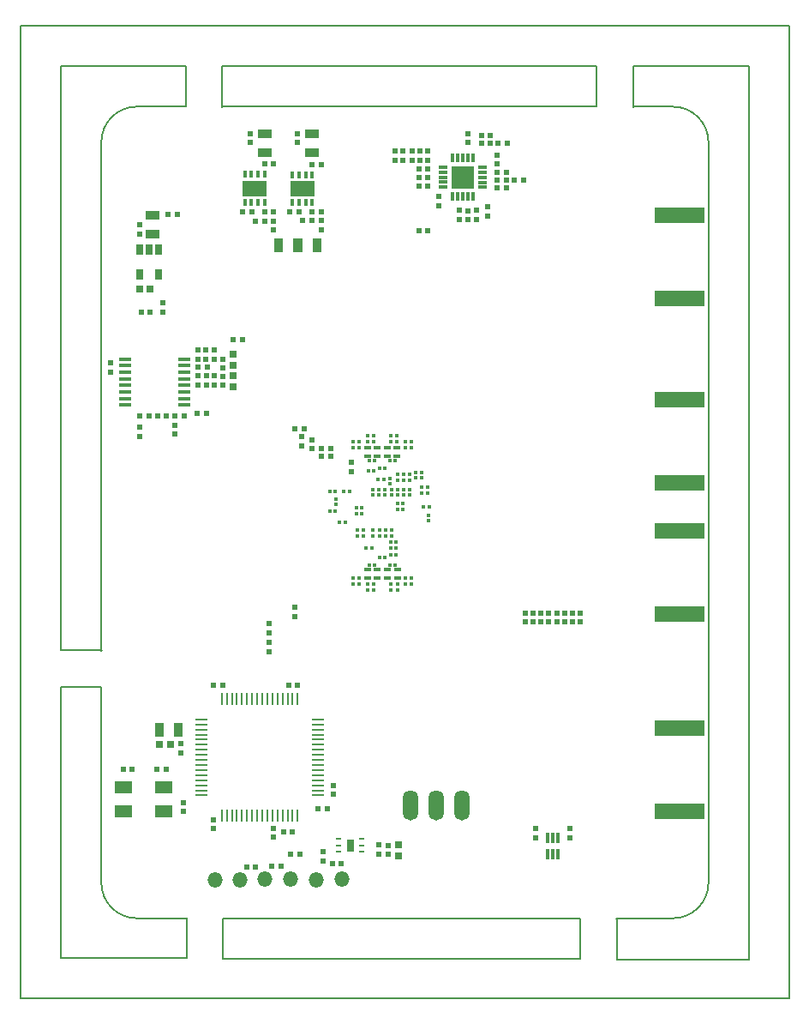
<source format=gbp>
G04 (created by PCBNEW (2013-june-11)-stable) date Tue 10 Oct 2017 05:17:01 PM CEST*
%MOIN*%
G04 Gerber Fmt 3.4, Leading zero omitted, Abs format*
%FSLAX34Y34*%
G01*
G70*
G90*
G04 APERTURE LIST*
%ADD10C,0.00590551*%
%ADD11C,0.00787402*%
%ADD12R,0.0511811X0.015748*%
%ADD13R,0.023622X0.00984252*%
%ADD14R,0.0295276X0.0472441*%
%ADD15R,0.0195X0.0195*%
%ADD16R,0.0354X0.0551*%
%ADD17R,0.0551X0.0354*%
%ADD18R,0.0925197X0.0629921*%
%ADD19R,0.011811X0.0255906*%
%ADD20R,0.0314X0.0275*%
%ADD21R,0.0118X0.0374*%
%ADD22R,0.0374X0.0118*%
%ADD23R,0.0886X0.0886*%
%ADD24R,0.0275X0.0314*%
%ADD25R,0.011811X0.0389764*%
%ADD26O,0.06X0.1179*%
%ADD27R,0.0708661X0.0472441*%
%ADD28R,0.0106299X0.046063*%
%ADD29R,0.046063X0.0106299*%
%ADD30R,0.0275591X0.0393701*%
%ADD31R,0.19685X0.0589*%
%ADD32R,0.011811X0.0137795*%
%ADD33R,0.0137795X0.011811*%
%ADD34R,0.0259X0.014*%
%ADD35O,0.0590551X0.0590551*%
G04 APERTURE END LIST*
G54D10*
G54D11*
X40574Y-57658D02*
X40583Y-57658D01*
X40574Y-19850D02*
X40574Y-57658D01*
X40575Y-19849D02*
X40575Y-19862D01*
X70460Y-19849D02*
X40575Y-19849D01*
X70460Y-19868D02*
X70460Y-19849D01*
X70460Y-57658D02*
X70460Y-19868D01*
X40575Y-57658D02*
X70460Y-57658D01*
X68894Y-23267D02*
X68906Y-23267D01*
X68890Y-53390D02*
X68902Y-53390D01*
X43087Y-57659D02*
X43087Y-57647D01*
X40561Y-53217D02*
X40573Y-53217D01*
X40565Y-23094D02*
X40577Y-23094D01*
X68472Y-19849D02*
X68472Y-19861D01*
X44228Y-19839D02*
X44228Y-19851D01*
X42134Y-45546D02*
X42132Y-45546D01*
X42134Y-56091D02*
X42134Y-45546D01*
X47037Y-56091D02*
X42134Y-56091D01*
X42132Y-45546D02*
X42132Y-56028D01*
X42140Y-44129D02*
X42137Y-44129D01*
X42140Y-21415D02*
X42140Y-44129D01*
X47009Y-21415D02*
X42140Y-21415D01*
X48421Y-21415D02*
X48421Y-21427D01*
X62986Y-21415D02*
X48421Y-21415D01*
X64402Y-21424D02*
X64402Y-21430D01*
X68891Y-21424D02*
X64402Y-21424D01*
X68891Y-56132D02*
X68891Y-21424D01*
X68891Y-56134D02*
X63758Y-56134D01*
X68891Y-53037D02*
X68891Y-56134D01*
X48452Y-56093D02*
X48452Y-56096D01*
X62337Y-56110D02*
X48453Y-56110D01*
X63753Y-54537D02*
X63753Y-54539D01*
X65949Y-54537D02*
X63753Y-54537D01*
X48423Y-22989D02*
X48423Y-22991D01*
X62988Y-22989D02*
X48423Y-22989D01*
X64404Y-22993D02*
X64404Y-22989D01*
X65944Y-22993D02*
X64404Y-22993D01*
X47009Y-22991D02*
X45088Y-22991D01*
X47037Y-54537D02*
X47037Y-54538D01*
X45099Y-54537D02*
X47037Y-54537D01*
X63759Y-56135D02*
X63759Y-54560D01*
X62336Y-56109D02*
X62336Y-54534D01*
X62337Y-54539D02*
X54171Y-54539D01*
X63754Y-54538D02*
X63754Y-54539D01*
X62986Y-22990D02*
X62986Y-21415D01*
X64402Y-23001D02*
X64402Y-21426D01*
X64403Y-22990D02*
X64403Y-22989D01*
X48453Y-54536D02*
X48453Y-54537D01*
X59734Y-54536D02*
X48453Y-54536D01*
X43713Y-45545D02*
X43715Y-45545D01*
X43713Y-53156D02*
X43713Y-45545D01*
X43714Y-44133D02*
X43715Y-44133D01*
X43714Y-24370D02*
X43714Y-44133D01*
X48424Y-22992D02*
X48424Y-22991D01*
X43722Y-44129D02*
X42147Y-44129D01*
X43704Y-45546D02*
X42129Y-45546D01*
X47035Y-56091D02*
X47035Y-54516D01*
X48452Y-56109D02*
X48452Y-54534D01*
X48421Y-22997D02*
X48421Y-21422D01*
X47007Y-22992D02*
X47007Y-21417D01*
X43713Y-53157D02*
G75*
G03X45091Y-54535I1377J0D01*
G74*
G01*
X65950Y-54536D02*
G75*
G03X67328Y-53158I0J1377D01*
G74*
G01*
X45091Y-22991D02*
G75*
G03X43713Y-24369I0J-1377D01*
G74*
G01*
X67327Y-24370D02*
G75*
G03X65949Y-22992I-1377J0D01*
G74*
G01*
X67328Y-24372D02*
X67328Y-53149D01*
G54D12*
X44643Y-33821D03*
X44643Y-33565D03*
X44643Y-34077D03*
X44643Y-34333D03*
X44643Y-34589D03*
X44643Y-33309D03*
X44643Y-33053D03*
X44643Y-32797D03*
X46927Y-34589D03*
X46927Y-32797D03*
X46927Y-33053D03*
X46927Y-33309D03*
X46927Y-34333D03*
X46927Y-34077D03*
X46927Y-33565D03*
X46927Y-33821D03*
G54D13*
X52942Y-51445D03*
X52942Y-51701D03*
X52942Y-51956D03*
X53847Y-51956D03*
X53847Y-51701D03*
X53847Y-51445D03*
G54D14*
X53394Y-51701D03*
G54D15*
X52263Y-27412D03*
X52263Y-27766D03*
X51909Y-27412D03*
X51555Y-27412D03*
X50066Y-27440D03*
X49712Y-27440D03*
X49558Y-27087D03*
X49204Y-27087D03*
X50067Y-25216D03*
X50421Y-25216D03*
X49491Y-24034D03*
X49491Y-24388D03*
X50421Y-27442D03*
X50421Y-27796D03*
X51909Y-25236D03*
X52263Y-25236D03*
X51344Y-24042D03*
X51344Y-24396D03*
X51401Y-27087D03*
X51047Y-27087D03*
X50066Y-27093D03*
X50420Y-27093D03*
X51913Y-27085D03*
X52267Y-27085D03*
G54D16*
X51360Y-28372D03*
X50610Y-28372D03*
X51350Y-28372D03*
X52100Y-28372D03*
G54D17*
X50064Y-24033D03*
X50064Y-24783D03*
X51913Y-24041D03*
X51913Y-24791D03*
G54D18*
X49682Y-26166D03*
G54D19*
X49554Y-25625D03*
X49810Y-25625D03*
X50066Y-25625D03*
X49298Y-25625D03*
X49298Y-26707D03*
X50066Y-26707D03*
X49810Y-26707D03*
X49554Y-26707D03*
G54D18*
X51529Y-26174D03*
G54D19*
X51401Y-25633D03*
X51657Y-25633D03*
X51913Y-25633D03*
X51145Y-25633D03*
X51145Y-26715D03*
X51913Y-26715D03*
X51657Y-26715D03*
X51401Y-26715D03*
G54D15*
X47470Y-32443D03*
X47470Y-32797D03*
X47795Y-33815D03*
X47795Y-33461D03*
X47468Y-33815D03*
X47468Y-33461D03*
X48118Y-33461D03*
X48118Y-33815D03*
X46923Y-35018D03*
X46569Y-35018D03*
X45568Y-35018D03*
X45214Y-35018D03*
X49203Y-32051D03*
X48849Y-32051D03*
X46251Y-35018D03*
X45897Y-35018D03*
X46569Y-35364D03*
X46569Y-35718D03*
X47451Y-34908D03*
X47805Y-34908D03*
X47824Y-33124D03*
X47470Y-33124D03*
X44068Y-32956D03*
X44068Y-33310D03*
X48104Y-32797D03*
X48104Y-32443D03*
X47783Y-32797D03*
X47783Y-32443D03*
X45216Y-35445D03*
X45216Y-35799D03*
X48439Y-33819D03*
X48439Y-33465D03*
X48443Y-32799D03*
X48443Y-33153D03*
G54D20*
X48846Y-32607D03*
X48846Y-33037D03*
X48850Y-33460D03*
X48850Y-33890D03*
G54D21*
X58160Y-24974D03*
X57964Y-24974D03*
X57767Y-24974D03*
X57570Y-24974D03*
X57373Y-24974D03*
G54D22*
X57011Y-25336D03*
X57011Y-25533D03*
X57011Y-25730D03*
X57011Y-25927D03*
X57011Y-26123D03*
G54D21*
X57373Y-26490D03*
X57570Y-26490D03*
X57767Y-26490D03*
X57964Y-26490D03*
X58160Y-26490D03*
G54D22*
X58527Y-26127D03*
X58527Y-25931D03*
X58527Y-25734D03*
X58527Y-25537D03*
X58527Y-25340D03*
G54D23*
X57770Y-25734D03*
G54D15*
X59112Y-26154D03*
X59466Y-26154D03*
X59508Y-24410D03*
X59154Y-24410D03*
X58844Y-24100D03*
X58490Y-24100D03*
X58844Y-24404D03*
X58490Y-24404D03*
X59112Y-25536D03*
X59466Y-25536D03*
X56830Y-26830D03*
X56830Y-26476D03*
X56057Y-25730D03*
X56411Y-25730D03*
X57972Y-27030D03*
X57972Y-27384D03*
X58307Y-27028D03*
X58307Y-27382D03*
X57640Y-27028D03*
X57640Y-27382D03*
X56411Y-25406D03*
X56057Y-25406D03*
X57964Y-24389D03*
X57964Y-24035D03*
X59110Y-25220D03*
X59110Y-24866D03*
X58740Y-27242D03*
X58740Y-26888D03*
X56057Y-26063D03*
X56411Y-26063D03*
X59466Y-25841D03*
X59112Y-25841D03*
X60142Y-25841D03*
X59788Y-25841D03*
X55122Y-25071D03*
X55122Y-24717D03*
X55791Y-25073D03*
X55437Y-25073D03*
X55797Y-24723D03*
X55443Y-24723D03*
X56100Y-25075D03*
X56100Y-24721D03*
X56409Y-25075D03*
X56409Y-24721D03*
X56063Y-27822D03*
X56417Y-27822D03*
X52137Y-50267D03*
X52491Y-50267D03*
X50255Y-43436D03*
X50255Y-43082D03*
X50244Y-43811D03*
X50244Y-44165D03*
X51346Y-45480D03*
X50992Y-45480D03*
X48436Y-45492D03*
X48082Y-45492D03*
X48071Y-50700D03*
X48071Y-51054D03*
X50800Y-51190D03*
X51154Y-51190D03*
X54866Y-51697D03*
X54866Y-52051D03*
X54517Y-51694D03*
X54517Y-52048D03*
X44920Y-48741D03*
X44566Y-48741D03*
X46917Y-50040D03*
X46917Y-50394D03*
X52349Y-51957D03*
X52349Y-52311D03*
X60606Y-51413D03*
X60606Y-51059D03*
X61951Y-51410D03*
X61951Y-51056D03*
X46790Y-47762D03*
X46790Y-48116D03*
X45881Y-48758D03*
X46235Y-48758D03*
X50401Y-51389D03*
X50401Y-51035D03*
G54D20*
X55282Y-51696D03*
X55282Y-52126D03*
G54D24*
X46415Y-47767D03*
X45985Y-47767D03*
G54D16*
X45968Y-47220D03*
X46718Y-47220D03*
G54D25*
X61087Y-51411D03*
X61284Y-51411D03*
X61480Y-51411D03*
X61480Y-52040D03*
X61284Y-52040D03*
X61087Y-52040D03*
G54D26*
X57734Y-50153D03*
X55734Y-50153D03*
X56734Y-50153D03*
G54D27*
X44568Y-49447D03*
X46143Y-49447D03*
X46143Y-50392D03*
X44568Y-50392D03*
G54D28*
X51350Y-50549D03*
X51153Y-50549D03*
X50956Y-50549D03*
X50760Y-50549D03*
X50563Y-50549D03*
X50366Y-50549D03*
X50169Y-50549D03*
X49972Y-50549D03*
X48397Y-50549D03*
X48594Y-50549D03*
X48791Y-50549D03*
X48988Y-50549D03*
X49185Y-50549D03*
X49382Y-50549D03*
X49578Y-50549D03*
X49775Y-50549D03*
G54D29*
X52138Y-48384D03*
X52138Y-48581D03*
X52138Y-48777D03*
X52138Y-48974D03*
X52138Y-49171D03*
X52138Y-49368D03*
X52138Y-49565D03*
X52138Y-49762D03*
X52138Y-48187D03*
X52138Y-47990D03*
X52138Y-47793D03*
X52138Y-47596D03*
X52138Y-47399D03*
X52138Y-47203D03*
X52138Y-47006D03*
X52138Y-46809D03*
G54D28*
X49775Y-46021D03*
X49578Y-46021D03*
X49382Y-46021D03*
X49185Y-46021D03*
X48988Y-46021D03*
X48791Y-46021D03*
X48594Y-46021D03*
X48397Y-46021D03*
X49972Y-46021D03*
X50169Y-46021D03*
X50366Y-46021D03*
X50563Y-46021D03*
X50760Y-46021D03*
X50956Y-46021D03*
X51153Y-46021D03*
X51350Y-46021D03*
G54D29*
X47610Y-46809D03*
X47610Y-47006D03*
X47610Y-47203D03*
X47610Y-47399D03*
X47610Y-47596D03*
X47610Y-47793D03*
X47610Y-47990D03*
X47610Y-48187D03*
X47610Y-49762D03*
X47610Y-49565D03*
X47610Y-49368D03*
X47610Y-49171D03*
X47610Y-48974D03*
X47610Y-48777D03*
X47610Y-48581D03*
X47610Y-48384D03*
G54D15*
X61118Y-43019D03*
X61118Y-42665D03*
X60811Y-43019D03*
X60811Y-42665D03*
X60503Y-43019D03*
X60503Y-42665D03*
X60196Y-43019D03*
X60196Y-42665D03*
X62346Y-43019D03*
X62346Y-42665D03*
X62039Y-43019D03*
X62039Y-42665D03*
X61732Y-43019D03*
X61732Y-42665D03*
X61425Y-43019D03*
X61425Y-42665D03*
X51240Y-42799D03*
X51240Y-42445D03*
X45193Y-27944D03*
X45193Y-27590D03*
X46106Y-30614D03*
X46106Y-30968D03*
X46315Y-27196D03*
X46669Y-27196D03*
G54D24*
X45189Y-30079D03*
X45619Y-30079D03*
G54D17*
X45703Y-27197D03*
X45703Y-27947D03*
G54D30*
X45194Y-29498D03*
X45942Y-29498D03*
X45942Y-28553D03*
X45194Y-28553D03*
X45568Y-28553D03*
G54D15*
X49366Y-52535D03*
X49720Y-52535D03*
X53047Y-52417D03*
X52693Y-52417D03*
X52740Y-49724D03*
X52740Y-49370D03*
X50704Y-52507D03*
X50350Y-52507D03*
X51428Y-52039D03*
X51074Y-52039D03*
G54D31*
X66221Y-30430D03*
X66221Y-27201D03*
G54D15*
X52273Y-36285D03*
X52627Y-36285D03*
X51247Y-35520D03*
X51601Y-35520D03*
X52273Y-36590D03*
X52627Y-36590D03*
G54D32*
X54530Y-37031D03*
X54747Y-37031D03*
X53521Y-41553D03*
X53738Y-41553D03*
G54D33*
X56451Y-38873D03*
X56451Y-39090D03*
G54D34*
X54057Y-36243D03*
X54057Y-36583D03*
X54435Y-36243D03*
X54435Y-36583D03*
X54841Y-36243D03*
X54841Y-36583D03*
X55218Y-36243D03*
X55218Y-36583D03*
G54D33*
X55226Y-37877D03*
X55226Y-38094D03*
X55463Y-37503D03*
X55463Y-37287D03*
X55463Y-37877D03*
X55463Y-38094D03*
X55699Y-37503D03*
X55699Y-37287D03*
X55699Y-37877D03*
X55699Y-38094D03*
G54D32*
X54488Y-37474D03*
X54705Y-37474D03*
G54D33*
X54951Y-37661D03*
X54951Y-37444D03*
G54D32*
X54311Y-37159D03*
X54095Y-37159D03*
G54D33*
X54282Y-37877D03*
X54282Y-38094D03*
X54518Y-37877D03*
X54518Y-38094D03*
X54990Y-37877D03*
X54990Y-38094D03*
X54754Y-37877D03*
X54754Y-38094D03*
G54D32*
X55453Y-38419D03*
X55236Y-38419D03*
X55453Y-38655D03*
X55236Y-38655D03*
G54D33*
X56171Y-37425D03*
X56171Y-37208D03*
X55935Y-37425D03*
X55935Y-37208D03*
G54D32*
X56398Y-37789D03*
X56181Y-37789D03*
X56398Y-38025D03*
X56181Y-38025D03*
G54D33*
X55226Y-37503D03*
X55226Y-37287D03*
G54D32*
X55543Y-36243D03*
X55759Y-36243D03*
X53738Y-36244D03*
X53521Y-36244D03*
X55759Y-36007D03*
X55543Y-36007D03*
X53521Y-36007D03*
X53738Y-36007D03*
G54D33*
X55219Y-36011D03*
X55219Y-35794D03*
X54983Y-36011D03*
X54983Y-35794D03*
G54D15*
X53455Y-36824D03*
X53455Y-37178D03*
G54D32*
X53153Y-37953D03*
X53369Y-37953D03*
X52601Y-37953D03*
X52818Y-37953D03*
X52818Y-38701D03*
X52601Y-38701D03*
G54D33*
X52828Y-38455D03*
X52828Y-38239D03*
X53892Y-39670D03*
X53892Y-39453D03*
X53656Y-39670D03*
X53656Y-39453D03*
G54D32*
X54236Y-40152D03*
X54020Y-40152D03*
G54D33*
X54994Y-39670D03*
X54994Y-39453D03*
X54758Y-39670D03*
X54758Y-39453D03*
X54522Y-39670D03*
X54522Y-39453D03*
X54286Y-39670D03*
X54286Y-39453D03*
G54D32*
X54968Y-40400D03*
X55185Y-40400D03*
X54965Y-39916D03*
X55181Y-39916D03*
X54965Y-40152D03*
X55181Y-40152D03*
G54D34*
X55223Y-41317D03*
X55223Y-40977D03*
X54845Y-41317D03*
X54845Y-40977D03*
X54062Y-41318D03*
X54062Y-40978D03*
X54438Y-41318D03*
X54438Y-40978D03*
G54D33*
X54988Y-41548D03*
X54988Y-41765D03*
X54060Y-41548D03*
X54060Y-41765D03*
G54D32*
X55542Y-41316D03*
X55759Y-41316D03*
X53738Y-41317D03*
X53521Y-41317D03*
X55759Y-41554D03*
X55542Y-41554D03*
G54D33*
X55224Y-41549D03*
X55224Y-41766D03*
G54D32*
X53626Y-38583D03*
X53843Y-38583D03*
X53626Y-38819D03*
X53843Y-38819D03*
X53204Y-39145D03*
X52987Y-39145D03*
X56252Y-38544D03*
X56469Y-38544D03*
X54749Y-40528D03*
X54532Y-40528D03*
G54D33*
X54297Y-41548D03*
X54297Y-41765D03*
X54056Y-36011D03*
X54056Y-35794D03*
X54292Y-36011D03*
X54292Y-35794D03*
G54D15*
X51519Y-36183D03*
X51519Y-35829D03*
X51906Y-36287D03*
X51906Y-35933D03*
G54D31*
X66221Y-37598D03*
X66221Y-34369D03*
X66217Y-42708D03*
X66217Y-39479D03*
X66220Y-50386D03*
X66220Y-47157D03*
G54D15*
X45267Y-30968D03*
X45621Y-30968D03*
G54D35*
X48147Y-53035D03*
X49120Y-53035D03*
X50061Y-53027D03*
X51056Y-53026D03*
X52063Y-53030D03*
X53075Y-53027D03*
G54D32*
X54355Y-40797D03*
X54138Y-40797D03*
X54137Y-36762D03*
X54354Y-36762D03*
X55143Y-40798D03*
X54926Y-40798D03*
X54925Y-36761D03*
X55142Y-36761D03*
M02*

</source>
